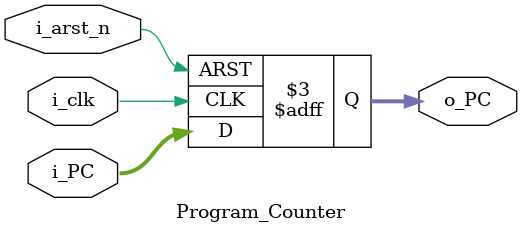
<source format=sv>
module Program_Counter #(
    parameter N = 32
)(
    input  logic           i_clk,
    input  logic           i_arst_n,   // Active low reset
    input  logic [N-1:0]   i_PC,       // Next PC value
    output logic [N-1:0]   o_PC        // Current PC value
);
  
  always_ff @(posedge i_clk or negedge i_arst_n) begin
    if(!i_arst_n) o_PC <= '0;
    else		  o_PC <= i_PC;
  end
  
  
endmodule

</source>
